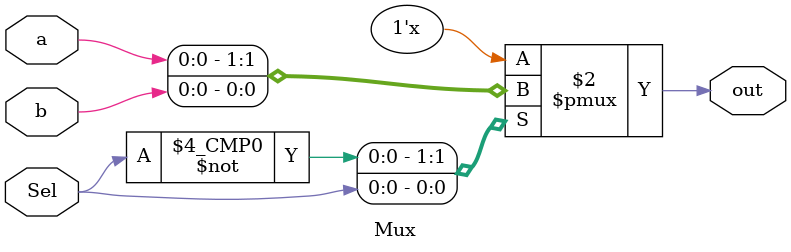
<source format=v>
module Mux(a,b,Sel,out);

input a,b,Sel;
output reg out;



always @ (Sel or a or b)
begin
  case (Sel)
  1'b0: begin
    out <= a;
  end
  1'b1: begin
    out <=b;
  end
  default: begin
    out <= a;
  end
  endcase
end

endmodule
</source>
